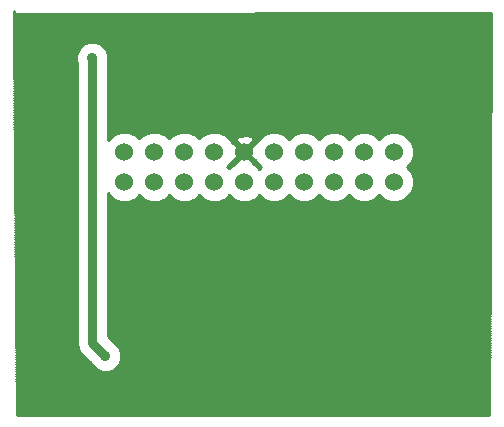
<source format=gbl>
G04 (created by PCBNEW (2013-08-24 BZR 4298)-stable) date Sun 01 Sep 2013 07:58:04 PM PDT*
%MOIN*%
G04 Gerber Fmt 3.4, Leading zero omitted, Abs format*
%FSLAX34Y34*%
G01*
G70*
G90*
G04 APERTURE LIST*
%ADD10C,0.003937*%
%ADD11C,0.060000*%
%ADD12C,0.035000*%
%ADD13C,0.030000*%
%ADD14C,0.010000*%
G04 APERTURE END LIST*
G54D10*
G54D11*
X15779Y-11079D03*
X16779Y-11079D03*
X17779Y-11079D03*
X18779Y-11079D03*
X19779Y-11079D03*
X19779Y-12079D03*
X18779Y-12079D03*
X17779Y-12079D03*
X16779Y-12079D03*
X15779Y-12079D03*
X10783Y-12065D03*
X11783Y-12065D03*
X12783Y-12065D03*
X13783Y-12065D03*
X14783Y-12065D03*
X14783Y-11065D03*
X13783Y-11065D03*
X12783Y-11065D03*
X11783Y-11065D03*
X10783Y-11065D03*
G54D12*
X10150Y-17870D03*
X9715Y-7945D03*
G54D13*
X9715Y-17435D02*
X9715Y-7945D01*
X10150Y-17870D02*
X9715Y-17435D01*
G54D14*
X7091Y-6390D02*
X7092Y-6390D01*
X7092Y-6470D02*
X7153Y-6470D01*
X9019Y-6470D02*
X22999Y-6470D01*
X7093Y-6550D02*
X22999Y-6550D01*
X7093Y-6630D02*
X22999Y-6630D01*
X7094Y-6710D02*
X22999Y-6710D01*
X7095Y-6790D02*
X22998Y-6790D01*
X7095Y-6870D02*
X22998Y-6870D01*
X7096Y-6950D02*
X22998Y-6950D01*
X7097Y-7030D02*
X22997Y-7030D01*
X7097Y-7110D02*
X22997Y-7110D01*
X7098Y-7190D02*
X22997Y-7190D01*
X7099Y-7270D02*
X22997Y-7270D01*
X7099Y-7350D02*
X22996Y-7350D01*
X7100Y-7430D02*
X9548Y-7430D01*
X9883Y-7430D02*
X22996Y-7430D01*
X7100Y-7510D02*
X9387Y-7510D01*
X10044Y-7510D02*
X22996Y-7510D01*
X7101Y-7590D02*
X9307Y-7590D01*
X10124Y-7590D02*
X22995Y-7590D01*
X7102Y-7670D02*
X9246Y-7670D01*
X10186Y-7670D02*
X22995Y-7670D01*
X7102Y-7750D02*
X9212Y-7750D01*
X10219Y-7750D02*
X22995Y-7750D01*
X7103Y-7830D02*
X9178Y-7830D01*
X10252Y-7830D02*
X22994Y-7830D01*
X7104Y-7910D02*
X9175Y-7910D01*
X10255Y-7910D02*
X22994Y-7910D01*
X7104Y-7990D02*
X9175Y-7990D01*
X10255Y-7990D02*
X22994Y-7990D01*
X7105Y-8070D02*
X9182Y-8070D01*
X10247Y-8070D02*
X22994Y-8070D01*
X7106Y-8150D02*
X9200Y-8150D01*
X10230Y-8150D02*
X22993Y-8150D01*
X7106Y-8230D02*
X9200Y-8230D01*
X10230Y-8230D02*
X22993Y-8230D01*
X7107Y-8310D02*
X9200Y-8310D01*
X10230Y-8310D02*
X22993Y-8310D01*
X7108Y-8390D02*
X9200Y-8390D01*
X10230Y-8390D02*
X22992Y-8390D01*
X7108Y-8470D02*
X9200Y-8470D01*
X10230Y-8470D02*
X22992Y-8470D01*
X7109Y-8550D02*
X9200Y-8550D01*
X10230Y-8550D02*
X22992Y-8550D01*
X7109Y-8630D02*
X9200Y-8630D01*
X10230Y-8630D02*
X22992Y-8630D01*
X7110Y-8710D02*
X9200Y-8710D01*
X10230Y-8710D02*
X22991Y-8710D01*
X7111Y-8790D02*
X9200Y-8790D01*
X10230Y-8790D02*
X22991Y-8790D01*
X7111Y-8870D02*
X9200Y-8870D01*
X10230Y-8870D02*
X22991Y-8870D01*
X7112Y-8950D02*
X9200Y-8950D01*
X10230Y-8950D02*
X22990Y-8950D01*
X7113Y-9030D02*
X9200Y-9030D01*
X10230Y-9030D02*
X22990Y-9030D01*
X7113Y-9110D02*
X9200Y-9110D01*
X10230Y-9110D02*
X22990Y-9110D01*
X7114Y-9190D02*
X9200Y-9190D01*
X10230Y-9190D02*
X22989Y-9190D01*
X7115Y-9270D02*
X9200Y-9270D01*
X10230Y-9270D02*
X22989Y-9270D01*
X7115Y-9350D02*
X9200Y-9350D01*
X10230Y-9350D02*
X22989Y-9350D01*
X7116Y-9430D02*
X9200Y-9430D01*
X10230Y-9430D02*
X22989Y-9430D01*
X7117Y-9510D02*
X9200Y-9510D01*
X10230Y-9510D02*
X22988Y-9510D01*
X7117Y-9590D02*
X9200Y-9590D01*
X10230Y-9590D02*
X22988Y-9590D01*
X7118Y-9670D02*
X9200Y-9670D01*
X10230Y-9670D02*
X22988Y-9670D01*
X7118Y-9750D02*
X9200Y-9750D01*
X10230Y-9750D02*
X22987Y-9750D01*
X7119Y-9830D02*
X9200Y-9830D01*
X10230Y-9830D02*
X22987Y-9830D01*
X7120Y-9910D02*
X9200Y-9910D01*
X10230Y-9910D02*
X22987Y-9910D01*
X7120Y-9990D02*
X9200Y-9990D01*
X10230Y-9990D02*
X22987Y-9990D01*
X7121Y-10070D02*
X9200Y-10070D01*
X10230Y-10070D02*
X22986Y-10070D01*
X7122Y-10150D02*
X9200Y-10150D01*
X10230Y-10150D02*
X22986Y-10150D01*
X7122Y-10230D02*
X9200Y-10230D01*
X10230Y-10230D02*
X22986Y-10230D01*
X7123Y-10310D02*
X9200Y-10310D01*
X10230Y-10310D02*
X22985Y-10310D01*
X7124Y-10390D02*
X9200Y-10390D01*
X10230Y-10390D02*
X22985Y-10390D01*
X7124Y-10470D02*
X9200Y-10470D01*
X10230Y-10470D02*
X10482Y-10470D01*
X11086Y-10470D02*
X11482Y-10470D01*
X12086Y-10470D02*
X12482Y-10470D01*
X13086Y-10470D02*
X13482Y-10470D01*
X14086Y-10470D02*
X15512Y-10470D01*
X16048Y-10470D02*
X16512Y-10470D01*
X17048Y-10470D02*
X17512Y-10470D01*
X18048Y-10470D02*
X18512Y-10470D01*
X19048Y-10470D02*
X19512Y-10470D01*
X20048Y-10470D02*
X22985Y-10470D01*
X7125Y-10550D02*
X9200Y-10550D01*
X10230Y-10550D02*
X10358Y-10550D01*
X11209Y-10550D02*
X11358Y-10550D01*
X12209Y-10550D02*
X12358Y-10550D01*
X13209Y-10550D02*
X13358Y-10550D01*
X14209Y-10550D02*
X14608Y-10550D01*
X14942Y-10550D02*
X15368Y-10550D01*
X16191Y-10550D02*
X16368Y-10550D01*
X17191Y-10550D02*
X17368Y-10550D01*
X18191Y-10550D02*
X18368Y-10550D01*
X19191Y-10550D02*
X19368Y-10550D01*
X20191Y-10550D02*
X22985Y-10550D01*
X7126Y-10630D02*
X9200Y-10630D01*
X10230Y-10630D02*
X10278Y-10630D01*
X14289Y-10630D02*
X14492Y-10630D01*
X15075Y-10630D02*
X15288Y-10630D01*
X16271Y-10630D02*
X16287Y-10630D01*
X17271Y-10630D02*
X17287Y-10630D01*
X18271Y-10630D02*
X18287Y-10630D01*
X19271Y-10630D02*
X19287Y-10630D01*
X20271Y-10630D02*
X22984Y-10630D01*
X7126Y-10710D02*
X9200Y-10710D01*
X14356Y-10710D02*
X14498Y-10710D01*
X15067Y-10710D02*
X15212Y-10710D01*
X20346Y-10710D02*
X22984Y-10710D01*
X7127Y-10790D02*
X9200Y-10790D01*
X14438Y-10790D02*
X14578Y-10790D01*
X14987Y-10790D02*
X15129Y-10790D01*
X20380Y-10790D02*
X22984Y-10790D01*
X7127Y-10870D02*
X9200Y-10870D01*
X14518Y-10870D02*
X14658Y-10870D01*
X14907Y-10870D02*
X15049Y-10870D01*
X20413Y-10870D02*
X22983Y-10870D01*
X7128Y-10950D02*
X9200Y-10950D01*
X14598Y-10950D02*
X14738Y-10950D01*
X14827Y-10950D02*
X14969Y-10950D01*
X20444Y-10950D02*
X22983Y-10950D01*
X7129Y-11030D02*
X9200Y-11030D01*
X14678Y-11030D02*
X14889Y-11030D01*
X20444Y-11030D02*
X22983Y-11030D01*
X7129Y-11110D02*
X9200Y-11110D01*
X14667Y-11110D02*
X14898Y-11110D01*
X20444Y-11110D02*
X22982Y-11110D01*
X7130Y-11190D02*
X9200Y-11190D01*
X14587Y-11190D02*
X14729Y-11190D01*
X14838Y-11190D02*
X14978Y-11190D01*
X20444Y-11190D02*
X22982Y-11190D01*
X7131Y-11270D02*
X9200Y-11270D01*
X14507Y-11270D02*
X14649Y-11270D01*
X14918Y-11270D02*
X15058Y-11270D01*
X20419Y-11270D02*
X22982Y-11270D01*
X7131Y-11350D02*
X9200Y-11350D01*
X14427Y-11350D02*
X14569Y-11350D01*
X14998Y-11350D02*
X15138Y-11350D01*
X20386Y-11350D02*
X22982Y-11350D01*
X7132Y-11430D02*
X9200Y-11430D01*
X14351Y-11430D02*
X14489Y-11430D01*
X15078Y-11430D02*
X15204Y-11430D01*
X20353Y-11430D02*
X22981Y-11430D01*
X7133Y-11510D02*
X9200Y-11510D01*
X14277Y-11510D02*
X14398Y-11510D01*
X15169Y-11510D02*
X15269Y-11510D01*
X20288Y-11510D02*
X22981Y-11510D01*
X7133Y-11590D02*
X9200Y-11590D01*
X14249Y-11590D02*
X14317Y-11590D01*
X15249Y-11590D02*
X15327Y-11590D01*
X20231Y-11590D02*
X22981Y-11590D01*
X7134Y-11670D02*
X9200Y-11670D01*
X20311Y-11670D02*
X22980Y-11670D01*
X7134Y-11750D02*
X9200Y-11750D01*
X20363Y-11750D02*
X22980Y-11750D01*
X7135Y-11830D02*
X9200Y-11830D01*
X20396Y-11830D02*
X22980Y-11830D01*
X7136Y-11910D02*
X9200Y-11910D01*
X20429Y-11910D02*
X22980Y-11910D01*
X7136Y-11990D02*
X9200Y-11990D01*
X20444Y-11990D02*
X22979Y-11990D01*
X7137Y-12070D02*
X9200Y-12070D01*
X20444Y-12070D02*
X22979Y-12070D01*
X7138Y-12150D02*
X9200Y-12150D01*
X20444Y-12150D02*
X22979Y-12150D01*
X7138Y-12230D02*
X9200Y-12230D01*
X20436Y-12230D02*
X22978Y-12230D01*
X7139Y-12310D02*
X9200Y-12310D01*
X20403Y-12310D02*
X22978Y-12310D01*
X7140Y-12390D02*
X9200Y-12390D01*
X20370Y-12390D02*
X22978Y-12390D01*
X7140Y-12470D02*
X9200Y-12470D01*
X10230Y-12470D02*
X10247Y-12470D01*
X20328Y-12470D02*
X22978Y-12470D01*
X7141Y-12550D02*
X9200Y-12550D01*
X10230Y-12550D02*
X10327Y-12550D01*
X11238Y-12550D02*
X11327Y-12550D01*
X12238Y-12550D02*
X12327Y-12550D01*
X13238Y-12550D02*
X13327Y-12550D01*
X14238Y-12550D02*
X14327Y-12550D01*
X15238Y-12550D02*
X15309Y-12550D01*
X16248Y-12550D02*
X16309Y-12550D01*
X17248Y-12550D02*
X17309Y-12550D01*
X18248Y-12550D02*
X18309Y-12550D01*
X19248Y-12550D02*
X19309Y-12550D01*
X20248Y-12550D02*
X22977Y-12550D01*
X7142Y-12630D02*
X9200Y-12630D01*
X10230Y-12630D02*
X10408Y-12630D01*
X11156Y-12630D02*
X11408Y-12630D01*
X12156Y-12630D02*
X12408Y-12630D01*
X13156Y-12630D02*
X13408Y-12630D01*
X14156Y-12630D02*
X14408Y-12630D01*
X15156Y-12630D02*
X15389Y-12630D01*
X16168Y-12630D02*
X16389Y-12630D01*
X17168Y-12630D02*
X17389Y-12630D01*
X18168Y-12630D02*
X18389Y-12630D01*
X19168Y-12630D02*
X19389Y-12630D01*
X20168Y-12630D02*
X22977Y-12630D01*
X7142Y-12710D02*
X9200Y-12710D01*
X10230Y-12710D02*
X10601Y-12710D01*
X10963Y-12710D02*
X11601Y-12710D01*
X11963Y-12710D02*
X12601Y-12710D01*
X12963Y-12710D02*
X13601Y-12710D01*
X13963Y-12710D02*
X14601Y-12710D01*
X14963Y-12710D02*
X15563Y-12710D01*
X15993Y-12710D02*
X16563Y-12710D01*
X16993Y-12710D02*
X17563Y-12710D01*
X17993Y-12710D02*
X18563Y-12710D01*
X18993Y-12710D02*
X19563Y-12710D01*
X19993Y-12710D02*
X22977Y-12710D01*
X7143Y-12790D02*
X9200Y-12790D01*
X10230Y-12790D02*
X22976Y-12790D01*
X7143Y-12870D02*
X9200Y-12870D01*
X10230Y-12870D02*
X22976Y-12870D01*
X7144Y-12950D02*
X9200Y-12950D01*
X10230Y-12950D02*
X22976Y-12950D01*
X7145Y-13030D02*
X9200Y-13030D01*
X10230Y-13030D02*
X22975Y-13030D01*
X7145Y-13110D02*
X9200Y-13110D01*
X10230Y-13110D02*
X22975Y-13110D01*
X7146Y-13190D02*
X9200Y-13190D01*
X10230Y-13190D02*
X22975Y-13190D01*
X7147Y-13270D02*
X9200Y-13270D01*
X10230Y-13270D02*
X22975Y-13270D01*
X7147Y-13350D02*
X9200Y-13350D01*
X10230Y-13350D02*
X22974Y-13350D01*
X7148Y-13430D02*
X9200Y-13430D01*
X10230Y-13430D02*
X22974Y-13430D01*
X7149Y-13510D02*
X9200Y-13510D01*
X10230Y-13510D02*
X22974Y-13510D01*
X7149Y-13590D02*
X9200Y-13590D01*
X10230Y-13590D02*
X22973Y-13590D01*
X7150Y-13670D02*
X9200Y-13670D01*
X10230Y-13670D02*
X22973Y-13670D01*
X7151Y-13750D02*
X9200Y-13750D01*
X10230Y-13750D02*
X22973Y-13750D01*
X7151Y-13830D02*
X9200Y-13830D01*
X10230Y-13830D02*
X22973Y-13830D01*
X7152Y-13910D02*
X9200Y-13910D01*
X10230Y-13910D02*
X22972Y-13910D01*
X7152Y-13990D02*
X9200Y-13990D01*
X10230Y-13990D02*
X22972Y-13990D01*
X7153Y-14070D02*
X9200Y-14070D01*
X10230Y-14070D02*
X22972Y-14070D01*
X7154Y-14150D02*
X9200Y-14150D01*
X10230Y-14150D02*
X22971Y-14150D01*
X7154Y-14230D02*
X9200Y-14230D01*
X10230Y-14230D02*
X22971Y-14230D01*
X7155Y-14310D02*
X9200Y-14310D01*
X10230Y-14310D02*
X22971Y-14310D01*
X7156Y-14390D02*
X9200Y-14390D01*
X10230Y-14390D02*
X22970Y-14390D01*
X7156Y-14470D02*
X9200Y-14470D01*
X10230Y-14470D02*
X22970Y-14470D01*
X7157Y-14550D02*
X9200Y-14550D01*
X10230Y-14550D02*
X22970Y-14550D01*
X7158Y-14630D02*
X9200Y-14630D01*
X10230Y-14630D02*
X22970Y-14630D01*
X7158Y-14710D02*
X9200Y-14710D01*
X10230Y-14710D02*
X22969Y-14710D01*
X7159Y-14790D02*
X9200Y-14790D01*
X10230Y-14790D02*
X22969Y-14790D01*
X7160Y-14870D02*
X9200Y-14870D01*
X10230Y-14870D02*
X22969Y-14870D01*
X7160Y-14950D02*
X9200Y-14950D01*
X10230Y-14950D02*
X22968Y-14950D01*
X7161Y-15030D02*
X9200Y-15030D01*
X10230Y-15030D02*
X22968Y-15030D01*
X7161Y-15110D02*
X9200Y-15110D01*
X10230Y-15110D02*
X22968Y-15110D01*
X7162Y-15190D02*
X9200Y-15190D01*
X10230Y-15190D02*
X22968Y-15190D01*
X7163Y-15270D02*
X9200Y-15270D01*
X10230Y-15270D02*
X22967Y-15270D01*
X7163Y-15350D02*
X9200Y-15350D01*
X10230Y-15350D02*
X22967Y-15350D01*
X7164Y-15430D02*
X9200Y-15430D01*
X10230Y-15430D02*
X22967Y-15430D01*
X7165Y-15510D02*
X9200Y-15510D01*
X10230Y-15510D02*
X22966Y-15510D01*
X7165Y-15590D02*
X9200Y-15590D01*
X10230Y-15590D02*
X22966Y-15590D01*
X7166Y-15670D02*
X9200Y-15670D01*
X10230Y-15670D02*
X22966Y-15670D01*
X7167Y-15750D02*
X9200Y-15750D01*
X10230Y-15750D02*
X22966Y-15750D01*
X7167Y-15830D02*
X9200Y-15830D01*
X10230Y-15830D02*
X22965Y-15830D01*
X7168Y-15910D02*
X9200Y-15910D01*
X10230Y-15910D02*
X22965Y-15910D01*
X7168Y-15990D02*
X9200Y-15990D01*
X10230Y-15990D02*
X22965Y-15990D01*
X7169Y-16070D02*
X9200Y-16070D01*
X10230Y-16070D02*
X22964Y-16070D01*
X7170Y-16150D02*
X9200Y-16150D01*
X10230Y-16150D02*
X22964Y-16150D01*
X7170Y-16230D02*
X9200Y-16230D01*
X10230Y-16230D02*
X22964Y-16230D01*
X7171Y-16310D02*
X9200Y-16310D01*
X10230Y-16310D02*
X22963Y-16310D01*
X7172Y-16390D02*
X9200Y-16390D01*
X10230Y-16390D02*
X22963Y-16390D01*
X7172Y-16470D02*
X9200Y-16470D01*
X10230Y-16470D02*
X22963Y-16470D01*
X7173Y-16550D02*
X9200Y-16550D01*
X10230Y-16550D02*
X22963Y-16550D01*
X7174Y-16630D02*
X9200Y-16630D01*
X10230Y-16630D02*
X22962Y-16630D01*
X7174Y-16710D02*
X9200Y-16710D01*
X10230Y-16710D02*
X22962Y-16710D01*
X7175Y-16790D02*
X9200Y-16790D01*
X10230Y-16790D02*
X22962Y-16790D01*
X7176Y-16870D02*
X9200Y-16870D01*
X10230Y-16870D02*
X22961Y-16870D01*
X7176Y-16950D02*
X9200Y-16950D01*
X10230Y-16950D02*
X22961Y-16950D01*
X7177Y-17030D02*
X9200Y-17030D01*
X10230Y-17030D02*
X22961Y-17030D01*
X7177Y-17110D02*
X9200Y-17110D01*
X10230Y-17110D02*
X22961Y-17110D01*
X7178Y-17190D02*
X9200Y-17190D01*
X10230Y-17190D02*
X22960Y-17190D01*
X7179Y-17270D02*
X9200Y-17270D01*
X10278Y-17270D02*
X22960Y-17270D01*
X7179Y-17350D02*
X9200Y-17350D01*
X10358Y-17350D02*
X22960Y-17350D01*
X7180Y-17430D02*
X9200Y-17430D01*
X10474Y-17430D02*
X22959Y-17430D01*
X7181Y-17510D02*
X9214Y-17510D01*
X10554Y-17510D02*
X22959Y-17510D01*
X7181Y-17590D02*
X9230Y-17590D01*
X10619Y-17590D02*
X22959Y-17590D01*
X7182Y-17670D02*
X9264Y-17670D01*
X10652Y-17670D02*
X22958Y-17670D01*
X7183Y-17750D02*
X9318Y-17750D01*
X10685Y-17750D02*
X22958Y-17750D01*
X7183Y-17830D02*
X9382Y-17830D01*
X10690Y-17830D02*
X22958Y-17830D01*
X7184Y-17910D02*
X9462Y-17910D01*
X10690Y-17910D02*
X22958Y-17910D01*
X7185Y-17990D02*
X9542Y-17990D01*
X10684Y-17990D02*
X22957Y-17990D01*
X7185Y-18070D02*
X9622Y-18070D01*
X10651Y-18070D02*
X22957Y-18070D01*
X7186Y-18150D02*
X9681Y-18150D01*
X10617Y-18150D02*
X22957Y-18150D01*
X7186Y-18230D02*
X9746Y-18230D01*
X10553Y-18230D02*
X22956Y-18230D01*
X7187Y-18310D02*
X9826Y-18310D01*
X10473Y-18310D02*
X22956Y-18310D01*
X7188Y-18390D02*
X9994Y-18390D01*
X10305Y-18390D02*
X22956Y-18390D01*
X7188Y-18470D02*
X22956Y-18470D01*
X7189Y-18550D02*
X22955Y-18550D01*
X7190Y-18630D02*
X22955Y-18630D01*
X7190Y-18710D02*
X22955Y-18710D01*
X7191Y-18790D02*
X22954Y-18790D01*
X7192Y-18870D02*
X22954Y-18870D01*
X7192Y-18950D02*
X22954Y-18950D01*
X7193Y-19030D02*
X22954Y-19030D01*
X7194Y-19110D02*
X22953Y-19110D01*
X7194Y-19190D02*
X22953Y-19190D01*
X7195Y-19270D02*
X22953Y-19270D01*
X7195Y-19350D02*
X22952Y-19350D01*
X7196Y-19430D02*
X22952Y-19430D01*
X7197Y-19510D02*
X22952Y-19510D01*
X7197Y-19590D02*
X22951Y-19590D01*
X7198Y-19670D02*
X22951Y-19670D01*
X7199Y-19750D02*
X22951Y-19750D01*
X7199Y-19830D02*
X22951Y-19830D01*
X22950Y-19855D02*
X22999Y-6455D01*
X7155Y-6472D01*
X7091Y-6390D01*
X7199Y-19855D01*
X10042Y-19855D01*
X10042Y-18410D01*
X9844Y-18327D01*
X9692Y-18176D01*
X9666Y-18114D01*
X9351Y-17799D01*
X9239Y-17632D01*
X9200Y-17435D01*
X9200Y-8112D01*
X9175Y-8052D01*
X9175Y-7837D01*
X9258Y-7639D01*
X9409Y-7487D01*
X9608Y-7405D01*
X9823Y-7405D01*
X10021Y-7488D01*
X10173Y-7639D01*
X10255Y-7838D01*
X10255Y-8053D01*
X10230Y-8112D01*
X10230Y-10677D01*
X10407Y-10501D01*
X10651Y-10400D01*
X10916Y-10400D01*
X11160Y-10501D01*
X11282Y-10624D01*
X11407Y-10501D01*
X11651Y-10400D01*
X11916Y-10400D01*
X12160Y-10501D01*
X12282Y-10624D01*
X12407Y-10501D01*
X12651Y-10400D01*
X12916Y-10400D01*
X13160Y-10501D01*
X13282Y-10624D01*
X13407Y-10501D01*
X13651Y-10400D01*
X13916Y-10400D01*
X14160Y-10501D01*
X14347Y-10689D01*
X14378Y-10764D01*
X14405Y-10757D01*
X14712Y-11065D01*
X14405Y-11373D01*
X14378Y-11365D01*
X14347Y-11442D01*
X14223Y-11564D01*
X14282Y-11624D01*
X14407Y-11501D01*
X14482Y-11469D01*
X14475Y-11443D01*
X14783Y-11136D01*
X14783Y-10994D01*
X14475Y-10687D01*
X14502Y-10593D01*
X14649Y-10533D01*
X14862Y-10522D01*
X15064Y-10593D01*
X15091Y-10687D01*
X14783Y-10994D01*
X14783Y-11136D01*
X15091Y-11443D01*
X15083Y-11469D01*
X15160Y-11501D01*
X15287Y-11629D01*
X15338Y-11579D01*
X15215Y-11455D01*
X15178Y-11367D01*
X15161Y-11373D01*
X14854Y-11065D01*
X15161Y-10757D01*
X15188Y-10765D01*
X15215Y-10702D01*
X15403Y-10515D01*
X15647Y-10414D01*
X15912Y-10414D01*
X16156Y-10515D01*
X16278Y-10638D01*
X16403Y-10515D01*
X16647Y-10414D01*
X16912Y-10414D01*
X17156Y-10515D01*
X17278Y-10638D01*
X17403Y-10515D01*
X17647Y-10414D01*
X17912Y-10414D01*
X18156Y-10515D01*
X18278Y-10638D01*
X18403Y-10515D01*
X18647Y-10414D01*
X18912Y-10414D01*
X19156Y-10515D01*
X19278Y-10638D01*
X19403Y-10515D01*
X19647Y-10414D01*
X19912Y-10414D01*
X20156Y-10515D01*
X20343Y-10703D01*
X20444Y-10947D01*
X20444Y-11212D01*
X20343Y-11456D01*
X20219Y-11578D01*
X20343Y-11703D01*
X20444Y-11947D01*
X20444Y-12212D01*
X20343Y-12456D01*
X20155Y-12643D01*
X19911Y-12744D01*
X19646Y-12744D01*
X19402Y-12643D01*
X19279Y-12519D01*
X19155Y-12643D01*
X18911Y-12744D01*
X18646Y-12744D01*
X18402Y-12643D01*
X18279Y-12519D01*
X18155Y-12643D01*
X17911Y-12744D01*
X17646Y-12744D01*
X17402Y-12643D01*
X17279Y-12519D01*
X17155Y-12643D01*
X16911Y-12744D01*
X16646Y-12744D01*
X16402Y-12643D01*
X16279Y-12519D01*
X16155Y-12643D01*
X15911Y-12744D01*
X15646Y-12744D01*
X15402Y-12643D01*
X15274Y-12514D01*
X15159Y-12629D01*
X14915Y-12730D01*
X14650Y-12730D01*
X14406Y-12629D01*
X14283Y-12505D01*
X14159Y-12629D01*
X13915Y-12730D01*
X13650Y-12730D01*
X13406Y-12629D01*
X13283Y-12505D01*
X13159Y-12629D01*
X12915Y-12730D01*
X12650Y-12730D01*
X12406Y-12629D01*
X12283Y-12505D01*
X12159Y-12629D01*
X11915Y-12730D01*
X11650Y-12730D01*
X11406Y-12629D01*
X11283Y-12505D01*
X11159Y-12629D01*
X10915Y-12730D01*
X10650Y-12730D01*
X10406Y-12629D01*
X10230Y-12452D01*
X10230Y-17222D01*
X10395Y-17387D01*
X10456Y-17413D01*
X10608Y-17564D01*
X10690Y-17763D01*
X10690Y-17978D01*
X10607Y-18176D01*
X10456Y-18328D01*
X10257Y-18410D01*
X10042Y-18410D01*
X10042Y-19855D01*
X22950Y-19855D01*
M02*

</source>
